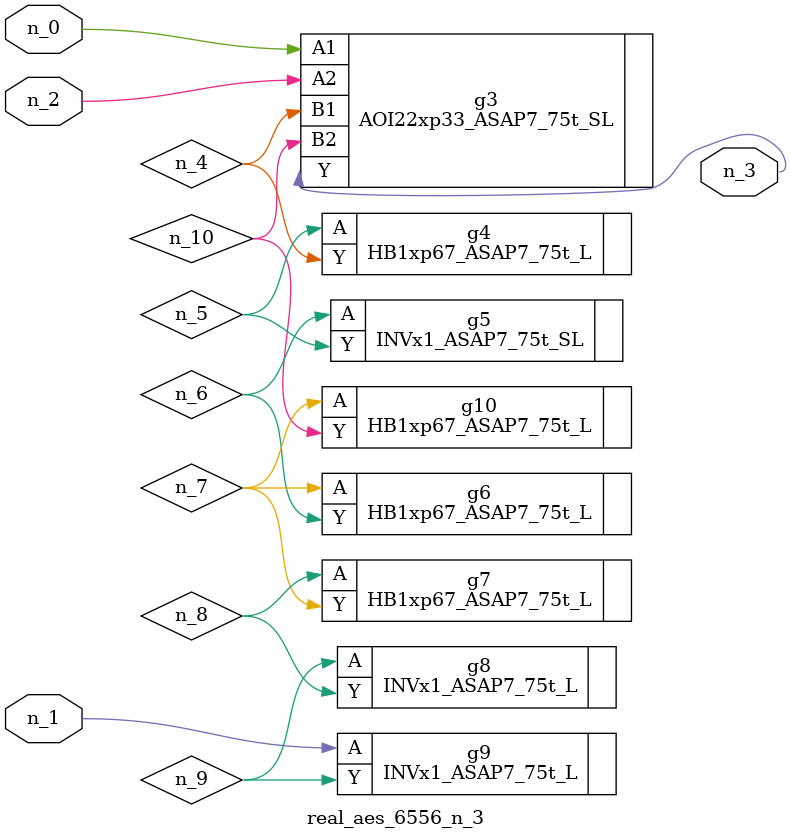
<source format=v>
module real_aes_6556_n_3 (n_0, n_2, n_1, n_3);
input n_0;
input n_2;
input n_1;
output n_3;
wire n_4;
wire n_5;
wire n_7;
wire n_8;
wire n_6;
wire n_9;
wire n_10;
AOI22xp33_ASAP7_75t_SL g3 ( .A1(n_0), .A2(n_2), .B1(n_4), .B2(n_10), .Y(n_3) );
INVx1_ASAP7_75t_L g9 ( .A(n_1), .Y(n_9) );
HB1xp67_ASAP7_75t_L g4 ( .A(n_5), .Y(n_4) );
INVx1_ASAP7_75t_SL g5 ( .A(n_6), .Y(n_5) );
HB1xp67_ASAP7_75t_L g6 ( .A(n_7), .Y(n_6) );
HB1xp67_ASAP7_75t_L g10 ( .A(n_7), .Y(n_10) );
HB1xp67_ASAP7_75t_L g7 ( .A(n_8), .Y(n_7) );
INVx1_ASAP7_75t_L g8 ( .A(n_9), .Y(n_8) );
endmodule
</source>
